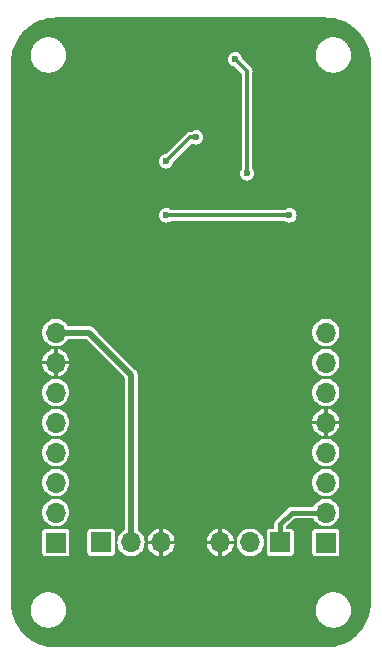
<source format=gbr>
%TF.GenerationSoftware,KiCad,Pcbnew,7.0.9*%
%TF.CreationDate,2024-03-26T06:33:17-07:00*%
%TF.ProjectId,cnft-tpl-esp32cam,636e6674-2d74-4706-9c2d-657370333263,rev?*%
%TF.SameCoordinates,Original*%
%TF.FileFunction,Copper,L2,Bot*%
%TF.FilePolarity,Positive*%
%FSLAX46Y46*%
G04 Gerber Fmt 4.6, Leading zero omitted, Abs format (unit mm)*
G04 Created by KiCad (PCBNEW 7.0.9) date 2024-03-26 06:33:17*
%MOMM*%
%LPD*%
G01*
G04 APERTURE LIST*
%TA.AperFunction,ComponentPad*%
%ADD10R,1.700000X1.700000*%
%TD*%
%TA.AperFunction,ComponentPad*%
%ADD11O,1.700000X1.700000*%
%TD*%
%TA.AperFunction,ViaPad*%
%ADD12C,0.600000*%
%TD*%
%TA.AperFunction,Conductor*%
%ADD13C,0.400000*%
%TD*%
%TA.AperFunction,Conductor*%
%ADD14C,0.500000*%
%TD*%
%TA.AperFunction,Conductor*%
%ADD15C,0.300000*%
%TD*%
G04 APERTURE END LIST*
D10*
%TO.P,J2,1,Pin_1*%
%TO.N,unconnected-(J2-Pin_1-Pad1)*%
X4114800Y8880000D03*
D11*
%TO.P,J2,2,Pin_2*%
%TO.N,unconnected-(J2-Pin_2-Pad2)*%
X4114800Y11420000D03*
%TO.P,J2,3,Pin_3*%
%TO.N,unconnected-(J2-Pin_3-Pad3)*%
X4114800Y13960000D03*
%TO.P,J2,4,Pin_4*%
%TO.N,unconnected-(J2-Pin_4-Pad4)*%
X4114800Y16500000D03*
%TO.P,J2,5,Pin_5*%
%TO.N,unconnected-(J2-Pin_5-Pad5)*%
X4114800Y19040000D03*
%TO.P,J2,6,Pin_6*%
%TO.N,DONE*%
X4114800Y21580000D03*
%TO.P,J2,7,Pin_7*%
%TO.N,GND*%
X4114800Y24120000D03*
%TO.P,J2,8,Pin_8*%
%TO.N,PWOUT*%
X4114800Y26660000D03*
%TD*%
D10*
%TO.P,J5,1,Pin_1*%
%TO.N,GPIO3*%
X7950000Y8890000D03*
D11*
%TO.P,J5,2,Pin_2*%
%TO.N,PWOUT*%
X10490000Y8890000D03*
%TO.P,J5,3,Pin_3*%
%TO.N,GND*%
X13030000Y8890000D03*
%TD*%
D10*
%TO.P,J1,1,Pin_1*%
%TO.N,unconnected-(J1-Pin_1-Pad1)*%
X26980000Y8880000D03*
D11*
%TO.P,J1,2,Pin_2*%
%TO.N,GPIO1*%
X26980000Y11420000D03*
%TO.P,J1,3,Pin_3*%
%TO.N,GPIO3*%
X26980000Y13960000D03*
%TO.P,J1,4,Pin_4*%
%TO.N,unconnected-(J1-Pin_4-Pad4)*%
X26980000Y16500000D03*
%TO.P,J1,5,Pin_5*%
%TO.N,GND*%
X26980000Y19040000D03*
%TO.P,J1,6,Pin_6*%
%TO.N,unconnected-(J1-Pin_6-Pad6)*%
X26980000Y21580000D03*
%TO.P,J1,7,Pin_7*%
%TO.N,unconnected-(J1-Pin_7-Pad7)*%
X26980000Y24120000D03*
%TO.P,J1,8,Pin_8*%
%TO.N,unconnected-(J1-Pin_8-Pad8)*%
X26980000Y26660000D03*
%TD*%
D10*
%TO.P,J4,1,Pin_1*%
%TO.N,GPIO1*%
X23114000Y8890000D03*
D11*
%TO.P,J4,2,Pin_2*%
%TO.N,PWOUT*%
X20574000Y8890000D03*
%TO.P,J4,3,Pin_3*%
%TO.N,GND*%
X18034000Y8890000D03*
%TD*%
D12*
%TO.N,GND*%
X17018000Y37846000D03*
X12192000Y40132000D03*
X13462000Y35306000D03*
X7620000Y34798000D03*
%TO.N,PWOUT*%
X13462000Y36576000D03*
X23901400Y36576000D03*
%TO.N,Net-(JP2-B)*%
X19304000Y49784000D03*
X20320000Y40132000D03*
%TO.N,Net-(U1-DRV)*%
X13462000Y41148000D03*
X16002000Y43180000D03*
%TD*%
D13*
%TO.N,GPIO1*%
X23114000Y10414000D02*
X24120000Y11420000D01*
X23114000Y8890000D02*
X23114000Y10414000D01*
X24120000Y11420000D02*
X26980000Y11420000D01*
D14*
%TO.N,PWOUT*%
X10490000Y23088800D02*
X10490000Y8890000D01*
X4114800Y26660000D02*
X6918800Y26660000D01*
D15*
X23901400Y36576000D02*
X13462000Y36576000D01*
D14*
X6918800Y26660000D02*
X10490000Y23088800D01*
D15*
%TO.N,Net-(JP2-B)*%
X20320000Y40132000D02*
X20320000Y48768000D01*
X20320000Y48768000D02*
X19304000Y49784000D01*
%TO.N,Net-(U1-DRV)*%
X15494000Y43180000D02*
X16002000Y43180000D01*
X13462000Y41148000D02*
X15494000Y43180000D01*
%TD*%
%TA.AperFunction,Conductor*%
%TO.N,GND*%
G36*
X26984652Y53332257D02*
G01*
X27075143Y53327812D01*
X27135777Y53324833D01*
X27361698Y53312991D01*
X27366822Y53312479D01*
X27546682Y53285798D01*
X27743778Y53254580D01*
X27748460Y53253625D01*
X27930177Y53208106D01*
X28117907Y53157803D01*
X28122157Y53156475D01*
X28300736Y53092578D01*
X28480291Y53023653D01*
X28484063Y53022040D01*
X28656720Y52940379D01*
X28827239Y52853494D01*
X28830508Y52851684D01*
X28924860Y52795132D01*
X28995029Y52753074D01*
X29155142Y52649095D01*
X29157925Y52647162D01*
X29312415Y52532585D01*
X29460013Y52413062D01*
X29460683Y52412520D01*
X29462975Y52410556D01*
X29526210Y52353244D01*
X29604740Y52282068D01*
X29606678Y52280224D01*
X29740722Y52146180D01*
X29742566Y52144242D01*
X29871045Y52002488D01*
X29873018Y52000185D01*
X29993081Y51851920D01*
X30107660Y51697427D01*
X30109593Y51694644D01*
X30213573Y51534530D01*
X30312178Y51370018D01*
X30313992Y51366741D01*
X30400878Y51196221D01*
X30482538Y51023565D01*
X30484151Y51019793D01*
X30553077Y50840237D01*
X30616973Y50661659D01*
X30618303Y50657402D01*
X30668612Y50469651D01*
X30714118Y50287985D01*
X30715081Y50283265D01*
X30746297Y50086184D01*
X30772974Y49906347D01*
X30773489Y49901200D01*
X30785335Y49675213D01*
X30792757Y49524153D01*
X30792823Y49521478D01*
X30792823Y3804167D01*
X30792757Y3801493D01*
X30785589Y3655566D01*
X30773426Y3423990D01*
X30772911Y3418849D01*
X30746984Y3244049D01*
X30714964Y3041878D01*
X30714002Y3037159D01*
X30669299Y2858692D01*
X30618127Y2667713D01*
X30616798Y2663456D01*
X30553759Y2487268D01*
X30483903Y2305287D01*
X30482290Y2301516D01*
X30401559Y2130819D01*
X30313668Y1958323D01*
X30311854Y1955046D01*
X30214245Y1792191D01*
X30109167Y1630385D01*
X30107234Y1627601D01*
X29993744Y1474574D01*
X29872483Y1324828D01*
X29870510Y1322526D01*
X29743198Y1182056D01*
X29741353Y1180119D01*
X29606011Y1044775D01*
X29604073Y1042930D01*
X29463623Y915633D01*
X29461321Y913660D01*
X29311551Y792374D01*
X29158547Y678899D01*
X29155764Y676966D01*
X28993927Y571866D01*
X28831099Y474270D01*
X28827823Y472456D01*
X28655307Y384553D01*
X28484639Y303832D01*
X28480867Y302219D01*
X28392054Y268126D01*
X28298811Y232333D01*
X28264596Y220091D01*
X28122709Y169323D01*
X28118453Y167993D01*
X27927412Y116803D01*
X27748991Y72109D01*
X27744271Y71146D01*
X27542052Y39116D01*
X27367328Y13197D01*
X27362180Y12682D01*
X27121659Y75D01*
X27118806Y0D01*
X3988743Y0D01*
X3986068Y66D01*
X3970856Y813D01*
X3744951Y12652D01*
X3739804Y13167D01*
X3559892Y39853D01*
X3362885Y71056D01*
X3358173Y72017D01*
X3299025Y86832D01*
X3176461Y117533D01*
X2988745Y167830D01*
X2984488Y169159D01*
X2805879Y233066D01*
X2626344Y301983D01*
X2622572Y303596D01*
X2449918Y385254D01*
X2279393Y472141D01*
X2276116Y473955D01*
X2111615Y572553D01*
X1951490Y676539D01*
X1948706Y678472D01*
X1794212Y793053D01*
X1645956Y913108D01*
X1643654Y915081D01*
X1501880Y1043577D01*
X1499942Y1045421D01*
X1365919Y1179444D01*
X1364075Y1181382D01*
X1235579Y1323156D01*
X1233606Y1325458D01*
X1113552Y1473713D01*
X998970Y1628208D01*
X997054Y1630966D01*
X893052Y1791116D01*
X865446Y1837174D01*
X794443Y1955635D01*
X792649Y1958875D01*
X705750Y2129425D01*
X695943Y2150160D01*
X624092Y2302078D01*
X622481Y2305846D01*
X615386Y2324328D01*
X553577Y2485347D01*
X489648Y2664017D01*
X488334Y2668228D01*
X438039Y2855934D01*
X392507Y3037708D01*
X391557Y3042373D01*
X371687Y3167824D01*
X1982680Y3167824D01*
X1990699Y3071049D01*
X1990885Y3066546D01*
X1990885Y3043739D01*
X1994637Y3021250D01*
X1995194Y3016782D01*
X2000645Y2951011D01*
X2003215Y2920002D01*
X2003216Y2919999D01*
X2027052Y2825868D01*
X2027976Y2821461D01*
X2031728Y2798976D01*
X2031732Y2798960D01*
X2039139Y2777382D01*
X2040424Y2773066D01*
X2064258Y2678948D01*
X2064260Y2678943D01*
X2103261Y2590028D01*
X2104899Y2585831D01*
X2112308Y2564248D01*
X2112311Y2564243D01*
X2123168Y2544180D01*
X2125147Y2540132D01*
X2164150Y2451216D01*
X2217253Y2369935D01*
X2219560Y2366064D01*
X2230422Y2345993D01*
X2244431Y2327995D01*
X2247049Y2324328D01*
X2300158Y2243039D01*
X2365918Y2171605D01*
X2368830Y2168167D01*
X2382843Y2150163D01*
X2382844Y2150162D01*
X2382846Y2150160D01*
X2395827Y2138211D01*
X2399618Y2134720D01*
X2402804Y2131534D01*
X2468572Y2060092D01*
X2468574Y2060090D01*
X2468579Y2060085D01*
X2511566Y2026627D01*
X2545205Y2000444D01*
X2548644Y1997532D01*
X2565425Y1982084D01*
X2584521Y1969608D01*
X2588182Y1966994D01*
X2598613Y1958875D01*
X2664814Y1907349D01*
X2750228Y1861125D01*
X2754065Y1858839D01*
X2773178Y1846352D01*
X2794093Y1837178D01*
X2798096Y1835220D01*
X2883513Y1788995D01*
X2975357Y1757465D01*
X2979532Y1755837D01*
X2994462Y1749288D01*
X3000436Y1746667D01*
X3000437Y1746667D01*
X3000439Y1746666D01*
X3022561Y1741064D01*
X3026850Y1739788D01*
X3118709Y1708252D01*
X3214502Y1692268D01*
X3218882Y1691350D01*
X3241008Y1685746D01*
X3263762Y1683861D01*
X3268193Y1683308D01*
X3363988Y1667323D01*
X3363989Y1667323D01*
X3461072Y1667323D01*
X3465574Y1667137D01*
X3467978Y1666938D01*
X3488323Y1665252D01*
X3508667Y1666938D01*
X3511072Y1667137D01*
X3515574Y1667323D01*
X3612657Y1667323D01*
X3612658Y1667323D01*
X3708469Y1683311D01*
X3712871Y1683860D01*
X3732416Y1685480D01*
X3735629Y1685745D01*
X3735632Y1685746D01*
X3735638Y1685746D01*
X3757759Y1691348D01*
X3762129Y1692265D01*
X3857937Y1708252D01*
X3949791Y1739786D01*
X3954088Y1741065D01*
X3976207Y1746666D01*
X3976208Y1746667D01*
X3976210Y1746667D01*
X3981292Y1748897D01*
X3997112Y1755836D01*
X4001263Y1757457D01*
X4093133Y1788995D01*
X4178566Y1835230D01*
X4182543Y1837174D01*
X4203468Y1846352D01*
X4222597Y1858850D01*
X4226388Y1861110D01*
X4311832Y1907349D01*
X4388472Y1967002D01*
X4392107Y1969597D01*
X4411221Y1982084D01*
X4428017Y1997547D01*
X4431412Y2000423D01*
X4508067Y2060085D01*
X4573845Y2131540D01*
X4577006Y2134701D01*
X4593800Y2150160D01*
X4607817Y2168171D01*
X4610716Y2171593D01*
X4676487Y2243038D01*
X4729604Y2324342D01*
X4732194Y2327969D01*
X4746225Y2345995D01*
X4757094Y2366080D01*
X4759375Y2369910D01*
X4812496Y2451216D01*
X4851508Y2540157D01*
X4853464Y2544156D01*
X4864337Y2564247D01*
X4871760Y2585872D01*
X4873361Y2589976D01*
X4912386Y2678942D01*
X4936225Y2773083D01*
X4937501Y2777369D01*
X4944915Y2798964D01*
X4948671Y2821479D01*
X4949587Y2825849D01*
X4973431Y2920002D01*
X4981451Y3016795D01*
X4982005Y3021238D01*
X4985761Y3043742D01*
X4986415Y3075440D01*
X4986590Y3078806D01*
X4987470Y3089439D01*
X4993966Y3167823D01*
X4993966Y3167824D01*
X26112680Y3167824D01*
X26120699Y3071049D01*
X26120885Y3066546D01*
X26120885Y3043739D01*
X26124637Y3021250D01*
X26125194Y3016782D01*
X26130645Y2951011D01*
X26133215Y2920002D01*
X26133216Y2919999D01*
X26157052Y2825868D01*
X26157976Y2821461D01*
X26161728Y2798976D01*
X26161732Y2798960D01*
X26169139Y2777382D01*
X26170424Y2773066D01*
X26194258Y2678948D01*
X26194260Y2678943D01*
X26233261Y2590028D01*
X26234899Y2585831D01*
X26242308Y2564248D01*
X26242311Y2564243D01*
X26253168Y2544180D01*
X26255147Y2540132D01*
X26294150Y2451216D01*
X26347253Y2369935D01*
X26349560Y2366064D01*
X26360422Y2345993D01*
X26374431Y2327995D01*
X26377049Y2324328D01*
X26430158Y2243039D01*
X26495918Y2171605D01*
X26498830Y2168167D01*
X26512843Y2150163D01*
X26512844Y2150162D01*
X26512846Y2150160D01*
X26525827Y2138211D01*
X26529618Y2134720D01*
X26532804Y2131534D01*
X26598572Y2060092D01*
X26598574Y2060090D01*
X26598579Y2060085D01*
X26641566Y2026627D01*
X26675205Y2000444D01*
X26678644Y1997532D01*
X26695425Y1982084D01*
X26714521Y1969608D01*
X26718182Y1966994D01*
X26728613Y1958875D01*
X26794814Y1907349D01*
X26880228Y1861125D01*
X26884065Y1858839D01*
X26903178Y1846352D01*
X26924093Y1837178D01*
X26928096Y1835220D01*
X27013513Y1788995D01*
X27105357Y1757465D01*
X27109532Y1755837D01*
X27124462Y1749288D01*
X27130436Y1746667D01*
X27130437Y1746667D01*
X27130439Y1746666D01*
X27152561Y1741064D01*
X27156850Y1739788D01*
X27248709Y1708252D01*
X27344502Y1692268D01*
X27348882Y1691350D01*
X27371008Y1685746D01*
X27393762Y1683861D01*
X27398193Y1683308D01*
X27493988Y1667323D01*
X27493989Y1667323D01*
X27591072Y1667323D01*
X27595574Y1667137D01*
X27597978Y1666938D01*
X27618323Y1665252D01*
X27638667Y1666938D01*
X27641072Y1667137D01*
X27645574Y1667323D01*
X27742657Y1667323D01*
X27742658Y1667323D01*
X27838469Y1683311D01*
X27842871Y1683860D01*
X27862416Y1685480D01*
X27865629Y1685745D01*
X27865632Y1685746D01*
X27865638Y1685746D01*
X27887759Y1691348D01*
X27892129Y1692265D01*
X27987937Y1708252D01*
X28079791Y1739786D01*
X28084088Y1741065D01*
X28106207Y1746666D01*
X28106208Y1746667D01*
X28106210Y1746667D01*
X28111292Y1748897D01*
X28127112Y1755836D01*
X28131263Y1757457D01*
X28223133Y1788995D01*
X28308566Y1835230D01*
X28312543Y1837174D01*
X28333468Y1846352D01*
X28352597Y1858850D01*
X28356388Y1861110D01*
X28441832Y1907349D01*
X28518472Y1967002D01*
X28522107Y1969597D01*
X28541221Y1982084D01*
X28558017Y1997547D01*
X28561412Y2000423D01*
X28638067Y2060085D01*
X28703845Y2131540D01*
X28707006Y2134701D01*
X28723800Y2150160D01*
X28737817Y2168171D01*
X28740716Y2171593D01*
X28806487Y2243038D01*
X28859604Y2324342D01*
X28862194Y2327969D01*
X28876225Y2345995D01*
X28887094Y2366080D01*
X28889375Y2369910D01*
X28942496Y2451216D01*
X28981508Y2540157D01*
X28983464Y2544156D01*
X28994337Y2564247D01*
X29001760Y2585872D01*
X29003361Y2589976D01*
X29042386Y2678942D01*
X29066225Y2773083D01*
X29067501Y2777369D01*
X29074915Y2798964D01*
X29078671Y2821479D01*
X29079587Y2825849D01*
X29103431Y2920002D01*
X29111451Y3016795D01*
X29112005Y3021238D01*
X29115761Y3043742D01*
X29116415Y3075440D01*
X29116590Y3078806D01*
X29117470Y3089439D01*
X29123966Y3167823D01*
X29116590Y3256842D01*
X29116415Y3260218D01*
X29115761Y3291904D01*
X29112006Y3314403D01*
X29111450Y3318864D01*
X29103431Y3415644D01*
X29079589Y3509791D01*
X29078669Y3514185D01*
X29074915Y3536682D01*
X29067505Y3558267D01*
X29066224Y3562570D01*
X29066223Y3562575D01*
X29042386Y3656704D01*
X29003378Y3745632D01*
X29001749Y3749809D01*
X28994337Y3771399D01*
X28994334Y3771405D01*
X28983474Y3791474D01*
X28981495Y3795522D01*
X28972715Y3815536D01*
X28942496Y3884430D01*
X28889382Y3965727D01*
X28887093Y3969568D01*
X28876225Y3989651D01*
X28862206Y4007662D01*
X28859598Y4011315D01*
X28806487Y4092608D01*
X28740719Y4164051D01*
X28737815Y4167480D01*
X28723800Y4185486D01*
X28707017Y4200936D01*
X28703834Y4204120D01*
X28638073Y4275555D01*
X28638069Y4275558D01*
X28638067Y4275561D01*
X28561439Y4335203D01*
X28558007Y4338110D01*
X28550019Y4345463D01*
X28541221Y4353562D01*
X28541218Y4353564D01*
X28541217Y4353565D01*
X28522117Y4366044D01*
X28518461Y4368654D01*
X28441835Y4428295D01*
X28441834Y4428296D01*
X28356429Y4474515D01*
X28352558Y4476822D01*
X28333474Y4489290D01*
X28333468Y4489294D01*
X28312581Y4498456D01*
X28308539Y4500432D01*
X28223133Y4546651D01*
X28223132Y4546652D01*
X28131291Y4578181D01*
X28127096Y4579818D01*
X28106210Y4588979D01*
X28106208Y4588980D01*
X28084091Y4594582D01*
X28079776Y4595867D01*
X27987944Y4627393D01*
X27987938Y4627394D01*
X27892162Y4643376D01*
X27887754Y4644300D01*
X27865636Y4649901D01*
X27842893Y4651786D01*
X27838425Y4652343D01*
X27809369Y4657191D01*
X27742658Y4668323D01*
X27645562Y4668323D01*
X27641060Y4668509D01*
X27618323Y4670393D01*
X27595586Y4668509D01*
X27591084Y4668323D01*
X27493988Y4668323D01*
X27447144Y4660507D01*
X27398219Y4652343D01*
X27393751Y4651786D01*
X27371008Y4649901D01*
X27371006Y4649900D01*
X27348892Y4644301D01*
X27344484Y4643376D01*
X27248707Y4627394D01*
X27248705Y4627394D01*
X27156874Y4595868D01*
X27152559Y4594583D01*
X27130435Y4588979D01*
X27109557Y4579821D01*
X27105361Y4578184D01*
X27013515Y4546652D01*
X27013508Y4546649D01*
X26928113Y4500436D01*
X26924067Y4498458D01*
X26903180Y4489296D01*
X26884078Y4476817D01*
X26880209Y4474512D01*
X26794824Y4428304D01*
X26794811Y4428295D01*
X26718180Y4368653D01*
X26714516Y4366036D01*
X26695421Y4353560D01*
X26678638Y4338112D01*
X26675204Y4335203D01*
X26598581Y4275564D01*
X26598571Y4275554D01*
X26532809Y4204119D01*
X26529626Y4200936D01*
X26512849Y4185490D01*
X26498839Y4167490D01*
X26495928Y4164054D01*
X26430159Y4092609D01*
X26430155Y4092603D01*
X26377050Y4011323D01*
X26374436Y4007661D01*
X26360421Y3989652D01*
X26349563Y3969590D01*
X26347259Y3965722D01*
X26294150Y3884432D01*
X26255144Y3795509D01*
X26253166Y3791463D01*
X26242309Y3771400D01*
X26234897Y3749809D01*
X26233259Y3745613D01*
X26194263Y3656714D01*
X26194255Y3656691D01*
X26170422Y3562575D01*
X26169137Y3558259D01*
X26161731Y3536686D01*
X26157976Y3514185D01*
X26157052Y3509778D01*
X26133215Y3415647D01*
X26125194Y3318864D01*
X26124637Y3314396D01*
X26120885Y3291908D01*
X26120885Y3269102D01*
X26120699Y3264600D01*
X26112680Y3167824D01*
X4993966Y3167824D01*
X4986590Y3256842D01*
X4986415Y3260218D01*
X4985761Y3291904D01*
X4982006Y3314403D01*
X4981450Y3318864D01*
X4973431Y3415644D01*
X4949589Y3509791D01*
X4948669Y3514185D01*
X4944915Y3536682D01*
X4937505Y3558267D01*
X4936224Y3562570D01*
X4936223Y3562575D01*
X4912386Y3656704D01*
X4873378Y3745632D01*
X4871749Y3749809D01*
X4864337Y3771399D01*
X4864334Y3771405D01*
X4853474Y3791474D01*
X4851495Y3795522D01*
X4842715Y3815536D01*
X4812496Y3884430D01*
X4759382Y3965727D01*
X4757093Y3969568D01*
X4746225Y3989651D01*
X4732206Y4007662D01*
X4729598Y4011315D01*
X4676487Y4092608D01*
X4610719Y4164051D01*
X4607815Y4167480D01*
X4593800Y4185486D01*
X4577017Y4200936D01*
X4573834Y4204120D01*
X4508073Y4275555D01*
X4508069Y4275558D01*
X4508067Y4275561D01*
X4431439Y4335203D01*
X4428007Y4338110D01*
X4420019Y4345463D01*
X4411221Y4353562D01*
X4411218Y4353564D01*
X4411217Y4353565D01*
X4392117Y4366044D01*
X4388461Y4368654D01*
X4311835Y4428295D01*
X4311834Y4428296D01*
X4226429Y4474515D01*
X4222558Y4476822D01*
X4203474Y4489290D01*
X4203468Y4489294D01*
X4182581Y4498456D01*
X4178539Y4500432D01*
X4093133Y4546651D01*
X4093132Y4546652D01*
X4001291Y4578181D01*
X3997096Y4579818D01*
X3976210Y4588979D01*
X3976208Y4588980D01*
X3954091Y4594582D01*
X3949776Y4595867D01*
X3857944Y4627393D01*
X3857938Y4627394D01*
X3762162Y4643376D01*
X3757754Y4644300D01*
X3735636Y4649901D01*
X3712893Y4651786D01*
X3708425Y4652343D01*
X3679369Y4657191D01*
X3612658Y4668323D01*
X3515562Y4668323D01*
X3511060Y4668509D01*
X3488323Y4670393D01*
X3465586Y4668509D01*
X3461084Y4668323D01*
X3363988Y4668323D01*
X3317144Y4660507D01*
X3268219Y4652343D01*
X3263751Y4651786D01*
X3241008Y4649901D01*
X3241006Y4649900D01*
X3218892Y4644301D01*
X3214484Y4643376D01*
X3118707Y4627394D01*
X3118705Y4627394D01*
X3026874Y4595868D01*
X3022559Y4594583D01*
X3000435Y4588979D01*
X2979557Y4579821D01*
X2975361Y4578184D01*
X2883515Y4546652D01*
X2883508Y4546649D01*
X2798113Y4500436D01*
X2794067Y4498458D01*
X2773180Y4489296D01*
X2754078Y4476817D01*
X2750209Y4474512D01*
X2664824Y4428304D01*
X2664811Y4428295D01*
X2588180Y4368653D01*
X2584516Y4366036D01*
X2565421Y4353560D01*
X2548638Y4338112D01*
X2545204Y4335203D01*
X2468581Y4275564D01*
X2468571Y4275554D01*
X2402809Y4204119D01*
X2399626Y4200936D01*
X2382849Y4185490D01*
X2368839Y4167490D01*
X2365928Y4164054D01*
X2300159Y4092609D01*
X2300155Y4092603D01*
X2247050Y4011323D01*
X2244436Y4007661D01*
X2230421Y3989652D01*
X2219563Y3969590D01*
X2217259Y3965722D01*
X2164150Y3884432D01*
X2125144Y3795509D01*
X2123166Y3791463D01*
X2112309Y3771400D01*
X2104897Y3749809D01*
X2103259Y3745613D01*
X2064263Y3656714D01*
X2064255Y3656691D01*
X2040422Y3562575D01*
X2039137Y3558259D01*
X2031731Y3536686D01*
X2027976Y3514185D01*
X2027052Y3509778D01*
X2003215Y3415647D01*
X1995194Y3318864D01*
X1994637Y3314396D01*
X1990885Y3291908D01*
X1990885Y3269102D01*
X1990699Y3264600D01*
X1982680Y3167824D01*
X371687Y3167824D01*
X360354Y3239380D01*
X333662Y3419330D01*
X333150Y3424454D01*
X327269Y3536686D01*
X321318Y3650226D01*
X315367Y3771400D01*
X313889Y3801492D01*
X313823Y3804166D01*
X313823Y7985142D01*
X2964300Y7985142D01*
X2964302Y7985121D01*
X2967214Y7960012D01*
X2967214Y7960010D01*
X2967215Y7960009D01*
X3012594Y7857235D01*
X3092035Y7777794D01*
X3194809Y7732415D01*
X3219935Y7729500D01*
X5009664Y7729501D01*
X5034791Y7732415D01*
X5137565Y7777794D01*
X5217006Y7857235D01*
X5262385Y7960009D01*
X5265300Y7985135D01*
X5265300Y7995142D01*
X6799500Y7995142D01*
X6799502Y7995121D01*
X6802414Y7970012D01*
X6802414Y7970010D01*
X6802415Y7970009D01*
X6847794Y7867235D01*
X6927235Y7787794D01*
X7030009Y7742415D01*
X7055135Y7739500D01*
X8844864Y7739501D01*
X8869991Y7742415D01*
X8972765Y7787794D01*
X9052206Y7867235D01*
X9097585Y7970009D01*
X9100500Y7995135D01*
X9100499Y9784864D01*
X9097585Y9809991D01*
X9052206Y9912765D01*
X8972765Y9992206D01*
X8869991Y10037585D01*
X8844865Y10040500D01*
X8844864Y10040500D01*
X7055141Y10040500D01*
X7055120Y10040498D01*
X7030011Y10037586D01*
X6927234Y9992206D01*
X6847794Y9912766D01*
X6802415Y9809991D01*
X6799500Y9784866D01*
X6799500Y7995142D01*
X5265300Y7995142D01*
X5265299Y9774864D01*
X5262385Y9799991D01*
X5217006Y9902765D01*
X5137565Y9982206D01*
X5034791Y10027585D01*
X5009665Y10030500D01*
X5009664Y10030500D01*
X3219941Y10030500D01*
X3219920Y10030498D01*
X3194811Y10027586D01*
X3092034Y9982206D01*
X3012594Y9902766D01*
X2967215Y9799991D01*
X2964300Y9774866D01*
X2964300Y7985142D01*
X313823Y7985142D01*
X313823Y11420000D01*
X2959371Y11420000D01*
X2979043Y11207691D01*
X3037394Y11002613D01*
X3132432Y10811747D01*
X3184657Y10742591D01*
X3260928Y10641593D01*
X3418498Y10497948D01*
X3528342Y10429935D01*
X3599775Y10385706D01*
X3599777Y10385704D01*
X3599779Y10385704D01*
X3599781Y10385702D01*
X3798602Y10308679D01*
X4008190Y10269500D01*
X4008191Y10269500D01*
X4221409Y10269500D01*
X4221410Y10269500D01*
X4430998Y10308679D01*
X4629819Y10385702D01*
X4811102Y10497948D01*
X4968672Y10641593D01*
X5097166Y10811745D01*
X5192205Y11002611D01*
X5250556Y11207690D01*
X5270229Y11420000D01*
X5250556Y11632310D01*
X5192205Y11837389D01*
X5120738Y11980916D01*
X5097167Y12028254D01*
X4968670Y12198409D01*
X4811103Y12342051D01*
X4811099Y12342054D01*
X4629824Y12454295D01*
X4629822Y12454297D01*
X4430998Y12531321D01*
X4430994Y12531322D01*
X4221410Y12570500D01*
X4008190Y12570500D01*
X4008189Y12570500D01*
X3798605Y12531322D01*
X3798601Y12531321D01*
X3599777Y12454297D01*
X3599775Y12454295D01*
X3418500Y12342054D01*
X3418496Y12342051D01*
X3260929Y12198409D01*
X3132432Y12028254D01*
X3037394Y11837388D01*
X2979043Y11632310D01*
X2959371Y11420001D01*
X2959371Y11420000D01*
X313823Y11420000D01*
X313823Y13960000D01*
X2959371Y13960000D01*
X2979043Y13747691D01*
X3037394Y13542613D01*
X3132432Y13351747D01*
X3132434Y13351745D01*
X3260928Y13181593D01*
X3418498Y13037948D01*
X3418500Y13037947D01*
X3599775Y12925706D01*
X3599777Y12925704D01*
X3599779Y12925704D01*
X3599781Y12925702D01*
X3798602Y12848679D01*
X4008190Y12809500D01*
X4008191Y12809500D01*
X4221409Y12809500D01*
X4221410Y12809500D01*
X4430998Y12848679D01*
X4629819Y12925702D01*
X4811102Y13037948D01*
X4968672Y13181593D01*
X5097166Y13351745D01*
X5192205Y13542611D01*
X5250556Y13747690D01*
X5270229Y13960000D01*
X5250556Y14172310D01*
X5192205Y14377389D01*
X5144882Y14472427D01*
X5097167Y14568254D01*
X4968670Y14738409D01*
X4811103Y14882051D01*
X4811099Y14882054D01*
X4629824Y14994295D01*
X4629822Y14994297D01*
X4430998Y15071321D01*
X4430994Y15071322D01*
X4221410Y15110500D01*
X4008190Y15110500D01*
X4008189Y15110500D01*
X3798605Y15071322D01*
X3798601Y15071321D01*
X3599777Y14994297D01*
X3599775Y14994295D01*
X3418500Y14882054D01*
X3418496Y14882051D01*
X3260929Y14738409D01*
X3132432Y14568254D01*
X3037394Y14377388D01*
X2979043Y14172310D01*
X2959371Y13960001D01*
X2959371Y13960000D01*
X313823Y13960000D01*
X313823Y16500000D01*
X2959371Y16500000D01*
X2979043Y16287691D01*
X3037394Y16082613D01*
X3132432Y15891747D01*
X3132434Y15891745D01*
X3260928Y15721593D01*
X3418498Y15577948D01*
X3418500Y15577947D01*
X3599775Y15465706D01*
X3599777Y15465704D01*
X3599779Y15465704D01*
X3599781Y15465702D01*
X3798602Y15388679D01*
X4008190Y15349500D01*
X4008191Y15349500D01*
X4221409Y15349500D01*
X4221410Y15349500D01*
X4430998Y15388679D01*
X4629819Y15465702D01*
X4811102Y15577948D01*
X4968672Y15721593D01*
X5097166Y15891745D01*
X5192205Y16082611D01*
X5250556Y16287690D01*
X5270229Y16500000D01*
X5250556Y16712310D01*
X5192205Y16917389D01*
X5144882Y17012427D01*
X5097167Y17108254D01*
X4968670Y17278409D01*
X4811103Y17422051D01*
X4811099Y17422054D01*
X4629824Y17534295D01*
X4629822Y17534297D01*
X4430998Y17611321D01*
X4430994Y17611322D01*
X4221410Y17650500D01*
X4008190Y17650500D01*
X4008189Y17650500D01*
X3798605Y17611322D01*
X3798601Y17611321D01*
X3599777Y17534297D01*
X3599775Y17534295D01*
X3418500Y17422054D01*
X3418496Y17422051D01*
X3260929Y17278409D01*
X3132432Y17108254D01*
X3037394Y16917388D01*
X2979043Y16712310D01*
X2959371Y16500001D01*
X2959371Y16500000D01*
X313823Y16500000D01*
X313823Y19040000D01*
X2959371Y19040000D01*
X2979043Y18827691D01*
X3037394Y18622613D01*
X3132432Y18431747D01*
X3132434Y18431745D01*
X3260928Y18261593D01*
X3418498Y18117948D01*
X3599059Y18006149D01*
X3599775Y18005706D01*
X3599777Y18005704D01*
X3599779Y18005704D01*
X3599781Y18005702D01*
X3798602Y17928679D01*
X4008190Y17889500D01*
X4008191Y17889500D01*
X4221409Y17889500D01*
X4221410Y17889500D01*
X4430998Y17928679D01*
X4629819Y18005702D01*
X4811102Y18117948D01*
X4968672Y18261593D01*
X5097166Y18431745D01*
X5192205Y18622611D01*
X5250556Y18827690D01*
X5270229Y19040000D01*
X5250556Y19252310D01*
X5192205Y19457389D01*
X5097298Y19647990D01*
X5097167Y19648254D01*
X5054334Y19704973D01*
X4968672Y19818407D01*
X4811102Y19962052D01*
X4629824Y20074295D01*
X4629822Y20074297D01*
X4430998Y20151321D01*
X4430994Y20151322D01*
X4221410Y20190500D01*
X4008190Y20190500D01*
X4008189Y20190500D01*
X3798605Y20151322D01*
X3798601Y20151321D01*
X3599777Y20074297D01*
X3599775Y20074295D01*
X3418500Y19962054D01*
X3418496Y19962051D01*
X3260929Y19818409D01*
X3132432Y19648254D01*
X3037394Y19457388D01*
X2979043Y19252310D01*
X2959371Y19040001D01*
X2959371Y19040000D01*
X313823Y19040000D01*
X313823Y21580000D01*
X2959371Y21580000D01*
X2979043Y21367691D01*
X3037394Y21162613D01*
X3132432Y20971747D01*
X3132434Y20971745D01*
X3260928Y20801593D01*
X3418498Y20657948D01*
X3418500Y20657947D01*
X3599775Y20545706D01*
X3599777Y20545704D01*
X3599779Y20545704D01*
X3599781Y20545702D01*
X3798602Y20468679D01*
X4008190Y20429500D01*
X4008191Y20429500D01*
X4221409Y20429500D01*
X4221410Y20429500D01*
X4430998Y20468679D01*
X4629819Y20545702D01*
X4811102Y20657948D01*
X4968672Y20801593D01*
X5097166Y20971745D01*
X5192205Y21162611D01*
X5250556Y21367690D01*
X5270229Y21580000D01*
X5250556Y21792310D01*
X5192205Y21997389D01*
X5144882Y22092427D01*
X5097167Y22188254D01*
X4968670Y22358409D01*
X4811103Y22502051D01*
X4811099Y22502054D01*
X4629824Y22614295D01*
X4629822Y22614297D01*
X4430998Y22691321D01*
X4430994Y22691322D01*
X4221410Y22730500D01*
X4008190Y22730500D01*
X4008189Y22730500D01*
X3798605Y22691322D01*
X3798601Y22691321D01*
X3599777Y22614297D01*
X3599775Y22614295D01*
X3418500Y22502054D01*
X3418496Y22502051D01*
X3260929Y22358409D01*
X3132432Y22188254D01*
X3037394Y21997388D01*
X2979043Y21792310D01*
X2959371Y21580001D01*
X2959371Y21580000D01*
X313823Y21580000D01*
X313823Y24270001D01*
X2973772Y24270001D01*
X2973773Y24270000D01*
X3637735Y24270000D01*
X3614800Y24191889D01*
X3614800Y24048111D01*
X3637735Y23970000D01*
X2973773Y23970000D01*
X2979537Y23907784D01*
X2979538Y23907783D01*
X3037861Y23702796D01*
X3037863Y23702792D01*
X3132859Y23512011D01*
X3261300Y23341930D01*
X3418799Y23198350D01*
X3418802Y23198347D01*
X3600001Y23086155D01*
X3600013Y23086149D01*
X3798729Y23009166D01*
X3798742Y23009162D01*
X3964800Y22978121D01*
X3964800Y23638830D01*
X3972485Y23635320D01*
X4079037Y23620000D01*
X4150563Y23620000D01*
X4257115Y23635320D01*
X4264800Y23638830D01*
X4264800Y22978122D01*
X4430857Y23009162D01*
X4430870Y23009166D01*
X4629586Y23086149D01*
X4629598Y23086155D01*
X4810797Y23198347D01*
X4810800Y23198350D01*
X4968299Y23341930D01*
X5096740Y23512011D01*
X5191736Y23702792D01*
X5191738Y23702796D01*
X5250061Y23907783D01*
X5250062Y23907784D01*
X5255827Y23970000D01*
X4591865Y23970000D01*
X4614800Y24048111D01*
X4614800Y24191889D01*
X4591865Y24270000D01*
X5255827Y24270000D01*
X5255827Y24270001D01*
X5250062Y24332217D01*
X5250061Y24332218D01*
X5191738Y24537205D01*
X5191736Y24537209D01*
X5096740Y24727990D01*
X4968299Y24898071D01*
X4810800Y25041651D01*
X4810797Y25041654D01*
X4629598Y25153846D01*
X4629586Y25153852D01*
X4430868Y25230836D01*
X4430858Y25230839D01*
X4264800Y25261881D01*
X4264800Y24601171D01*
X4257115Y24604680D01*
X4150563Y24620000D01*
X4079037Y24620000D01*
X3972485Y24604680D01*
X3964800Y24601171D01*
X3964800Y25261881D01*
X3964799Y25261881D01*
X3798741Y25230839D01*
X3798731Y25230836D01*
X3600013Y25153852D01*
X3600001Y25153846D01*
X3418802Y25041654D01*
X3418799Y25041651D01*
X3261300Y24898071D01*
X3132859Y24727990D01*
X3037863Y24537209D01*
X3037861Y24537205D01*
X2979538Y24332218D01*
X2979537Y24332217D01*
X2973772Y24270001D01*
X313823Y24270001D01*
X313823Y26660000D01*
X2959371Y26660000D01*
X2979043Y26447691D01*
X3037394Y26242613D01*
X3132432Y26051747D01*
X3132434Y26051745D01*
X3260928Y25881593D01*
X3418498Y25737948D01*
X3418500Y25737947D01*
X3599775Y25625706D01*
X3599777Y25625704D01*
X3599779Y25625704D01*
X3599781Y25625702D01*
X3798602Y25548679D01*
X4008190Y25509500D01*
X4008191Y25509500D01*
X4221409Y25509500D01*
X4221410Y25509500D01*
X4430998Y25548679D01*
X4629819Y25625702D01*
X4811102Y25737948D01*
X4968672Y25881593D01*
X5097166Y26051745D01*
X5097168Y26051749D01*
X5099818Y26056028D01*
X5101581Y26054937D01*
X5143048Y26097165D01*
X5193415Y26109500D01*
X6645625Y26109500D01*
X6709694Y26088683D01*
X6722700Y26077575D01*
X9907575Y22892701D01*
X9938158Y22832677D01*
X9939500Y22815626D01*
X9939500Y9963042D01*
X9918683Y9898973D01*
X9887882Y9870369D01*
X9793697Y9812052D01*
X9793695Y9812050D01*
X9636129Y9668409D01*
X9507632Y9498254D01*
X9412594Y9307388D01*
X9354243Y9102310D01*
X9334571Y8890001D01*
X9334571Y8890000D01*
X9354243Y8677691D01*
X9412594Y8472613D01*
X9507632Y8281747D01*
X9507634Y8281745D01*
X9636128Y8111593D01*
X9793698Y7967948D01*
X9974259Y7856149D01*
X9974975Y7855706D01*
X9974977Y7855704D01*
X9974979Y7855704D01*
X9974981Y7855702D01*
X10173802Y7778679D01*
X10383390Y7739500D01*
X10383391Y7739500D01*
X10596609Y7739500D01*
X10596610Y7739500D01*
X10806198Y7778679D01*
X11005019Y7855702D01*
X11186302Y7967948D01*
X11343872Y8111593D01*
X11472366Y8281745D01*
X11567405Y8472611D01*
X11625756Y8677690D01*
X11645429Y8890000D01*
X11631530Y9040001D01*
X11888972Y9040001D01*
X11888973Y9040000D01*
X12552935Y9040000D01*
X12530000Y8961889D01*
X12530000Y8818111D01*
X12552935Y8740000D01*
X11888973Y8740000D01*
X11894737Y8677784D01*
X11894738Y8677783D01*
X11953061Y8472796D01*
X11953063Y8472792D01*
X12048059Y8282011D01*
X12176500Y8111930D01*
X12333999Y7968350D01*
X12334002Y7968347D01*
X12515201Y7856155D01*
X12515213Y7856149D01*
X12713929Y7779166D01*
X12713942Y7779162D01*
X12880000Y7748121D01*
X12880000Y8408830D01*
X12887685Y8405320D01*
X12994237Y8390000D01*
X13065763Y8390000D01*
X13172315Y8405320D01*
X13180000Y8408830D01*
X13180000Y7748122D01*
X13346057Y7779162D01*
X13346070Y7779166D01*
X13544786Y7856149D01*
X13544798Y7856155D01*
X13725997Y7968347D01*
X13726000Y7968350D01*
X13883499Y8111930D01*
X14011940Y8282011D01*
X14106936Y8472792D01*
X14106938Y8472796D01*
X14165261Y8677783D01*
X14165262Y8677784D01*
X14171027Y8740000D01*
X13507065Y8740000D01*
X13530000Y8818111D01*
X13530000Y8961889D01*
X13507065Y9040000D01*
X14171027Y9040000D01*
X14171027Y9040001D01*
X16892972Y9040001D01*
X16892973Y9040000D01*
X17556935Y9040000D01*
X17534000Y8961889D01*
X17534000Y8818111D01*
X17556935Y8740000D01*
X16892973Y8740000D01*
X16898737Y8677784D01*
X16898738Y8677783D01*
X16957061Y8472796D01*
X16957063Y8472792D01*
X17052059Y8282011D01*
X17180500Y8111930D01*
X17337999Y7968350D01*
X17338002Y7968347D01*
X17519201Y7856155D01*
X17519213Y7856149D01*
X17717929Y7779166D01*
X17717942Y7779162D01*
X17884000Y7748121D01*
X17884000Y8408830D01*
X17891685Y8405320D01*
X17998237Y8390000D01*
X18069763Y8390000D01*
X18176315Y8405320D01*
X18184000Y8408830D01*
X18184000Y7748122D01*
X18350057Y7779162D01*
X18350070Y7779166D01*
X18548786Y7856149D01*
X18548798Y7856155D01*
X18729997Y7968347D01*
X18730000Y7968350D01*
X18887499Y8111930D01*
X19015940Y8282011D01*
X19110936Y8472792D01*
X19110938Y8472796D01*
X19169261Y8677783D01*
X19169262Y8677784D01*
X19175027Y8740000D01*
X18511065Y8740000D01*
X18534000Y8818111D01*
X18534000Y8890000D01*
X19418571Y8890000D01*
X19438243Y8677691D01*
X19496594Y8472613D01*
X19591632Y8281747D01*
X19591634Y8281745D01*
X19720128Y8111593D01*
X19877698Y7967948D01*
X20058259Y7856149D01*
X20058975Y7855706D01*
X20058977Y7855704D01*
X20058979Y7855704D01*
X20058981Y7855702D01*
X20257802Y7778679D01*
X20467390Y7739500D01*
X20467391Y7739500D01*
X20680609Y7739500D01*
X20680610Y7739500D01*
X20890198Y7778679D01*
X21089019Y7855702D01*
X21270302Y7967948D01*
X21300132Y7995142D01*
X21963500Y7995142D01*
X21963502Y7995121D01*
X21966414Y7970012D01*
X21966414Y7970010D01*
X21966415Y7970009D01*
X22011794Y7867235D01*
X22091235Y7787794D01*
X22194009Y7742415D01*
X22219135Y7739500D01*
X24008864Y7739501D01*
X24033991Y7742415D01*
X24136765Y7787794D01*
X24216206Y7867235D01*
X24261585Y7970009D01*
X24263341Y7985142D01*
X25829500Y7985142D01*
X25829502Y7985121D01*
X25832414Y7960012D01*
X25832414Y7960010D01*
X25832415Y7960009D01*
X25877794Y7857235D01*
X25957235Y7777794D01*
X26060009Y7732415D01*
X26085135Y7729500D01*
X27874864Y7729501D01*
X27899991Y7732415D01*
X28002765Y7777794D01*
X28082206Y7857235D01*
X28127585Y7960009D01*
X28130500Y7985135D01*
X28130499Y9774864D01*
X28127585Y9799991D01*
X28082206Y9902765D01*
X28002765Y9982206D01*
X27899991Y10027585D01*
X27874865Y10030500D01*
X27874864Y10030500D01*
X26085141Y10030500D01*
X26085120Y10030498D01*
X26060011Y10027586D01*
X25957234Y9982206D01*
X25877794Y9902766D01*
X25832415Y9799991D01*
X25829500Y9774866D01*
X25829500Y7985142D01*
X24263341Y7985142D01*
X24264500Y7995135D01*
X24264499Y9784864D01*
X24261585Y9809991D01*
X24216206Y9912765D01*
X24136765Y9992206D01*
X24033991Y10037585D01*
X24008865Y10040500D01*
X23723500Y10040500D01*
X23659431Y10061317D01*
X23619835Y10115817D01*
X23614500Y10149500D01*
X23614500Y10161536D01*
X23635317Y10225605D01*
X23646425Y10238611D01*
X24295389Y10887575D01*
X24355413Y10918158D01*
X24372464Y10919500D01*
X25876489Y10919500D01*
X25940558Y10898683D01*
X25974062Y10859084D01*
X25997631Y10811749D01*
X25997633Y10811747D01*
X25997634Y10811745D01*
X26126128Y10641593D01*
X26283698Y10497948D01*
X26393542Y10429935D01*
X26464975Y10385706D01*
X26464977Y10385704D01*
X26464979Y10385704D01*
X26464981Y10385702D01*
X26663802Y10308679D01*
X26873390Y10269500D01*
X26873391Y10269500D01*
X27086609Y10269500D01*
X27086610Y10269500D01*
X27296198Y10308679D01*
X27495019Y10385702D01*
X27676302Y10497948D01*
X27833872Y10641593D01*
X27962366Y10811745D01*
X28057405Y11002611D01*
X28115756Y11207690D01*
X28135429Y11420000D01*
X28115756Y11632310D01*
X28057405Y11837389D01*
X27985938Y11980916D01*
X27962367Y12028254D01*
X27833870Y12198409D01*
X27676303Y12342051D01*
X27676299Y12342054D01*
X27495024Y12454295D01*
X27495022Y12454297D01*
X27296198Y12531321D01*
X27296194Y12531322D01*
X27086610Y12570500D01*
X26873390Y12570500D01*
X26873389Y12570500D01*
X26663805Y12531322D01*
X26663801Y12531321D01*
X26464977Y12454297D01*
X26464975Y12454295D01*
X26283700Y12342054D01*
X26283696Y12342051D01*
X26126129Y12198409D01*
X25997631Y12028252D01*
X25974062Y11980916D01*
X25926870Y11932842D01*
X25876489Y11920500D01*
X24185531Y11920500D01*
X24162362Y11922991D01*
X24156073Y11924359D01*
X24104062Y11920639D01*
X24100177Y11920500D01*
X24084197Y11920500D01*
X24068383Y11918227D01*
X24064518Y11917812D01*
X24012518Y11914092D01*
X24012514Y11914091D01*
X24006482Y11911841D01*
X23983923Y11906083D01*
X23977545Y11905166D01*
X23977539Y11905164D01*
X23930117Y11883507D01*
X23926522Y11882018D01*
X23877669Y11863796D01*
X23877663Y11863793D01*
X23872508Y11859934D01*
X23852489Y11848055D01*
X23846626Y11845377D01*
X23846625Y11845377D01*
X23807223Y11811236D01*
X23804197Y11808797D01*
X23791409Y11799223D01*
X23780103Y11787919D01*
X23777259Y11785271D01*
X23737855Y11751127D01*
X23737854Y11751126D01*
X23734375Y11745712D01*
X23719758Y11727574D01*
X22806426Y10814242D01*
X22788288Y10799625D01*
X22782874Y10796146D01*
X22782873Y10796145D01*
X22748729Y10756741D01*
X22746081Y10753897D01*
X22734777Y10742591D01*
X22725203Y10729803D01*
X22722764Y10726777D01*
X22688623Y10687375D01*
X22688623Y10687374D01*
X22685945Y10681511D01*
X22674066Y10661492D01*
X22670207Y10656337D01*
X22670204Y10656331D01*
X22651982Y10607478D01*
X22650493Y10603883D01*
X22628836Y10556461D01*
X22628834Y10556455D01*
X22627917Y10550077D01*
X22622159Y10527518D01*
X22619909Y10521486D01*
X22619908Y10521482D01*
X22616188Y10469482D01*
X22615773Y10465617D01*
X22613500Y10449803D01*
X22613500Y10433824D01*
X22613361Y10429939D01*
X22609641Y10377927D01*
X22611009Y10371637D01*
X22613500Y10348470D01*
X22613500Y10149500D01*
X22592683Y10085431D01*
X22538183Y10045835D01*
X22504500Y10040500D01*
X22219141Y10040500D01*
X22219120Y10040498D01*
X22194011Y10037586D01*
X22091234Y9992206D01*
X22011794Y9912766D01*
X21966415Y9809991D01*
X21963500Y9784866D01*
X21963500Y7995142D01*
X21300132Y7995142D01*
X21427872Y8111593D01*
X21556366Y8281745D01*
X21651405Y8472611D01*
X21709756Y8677690D01*
X21729429Y8890000D01*
X21709756Y9102310D01*
X21651405Y9307389D01*
X21556498Y9497990D01*
X21556367Y9498254D01*
X21513534Y9554973D01*
X21427872Y9668407D01*
X21270302Y9812052D01*
X21124498Y9902330D01*
X21089024Y9924295D01*
X21089022Y9924297D01*
X20890198Y10001321D01*
X20890194Y10001322D01*
X20680610Y10040500D01*
X20467390Y10040500D01*
X20467389Y10040500D01*
X20257805Y10001322D01*
X20257801Y10001321D01*
X20058977Y9924297D01*
X20058975Y9924295D01*
X19877700Y9812054D01*
X19877696Y9812051D01*
X19720129Y9668409D01*
X19591632Y9498254D01*
X19496594Y9307388D01*
X19438243Y9102310D01*
X19418571Y8890001D01*
X19418571Y8890000D01*
X18534000Y8890000D01*
X18534000Y8961889D01*
X18511065Y9040000D01*
X19175027Y9040000D01*
X19175027Y9040001D01*
X19169262Y9102217D01*
X19169261Y9102218D01*
X19110938Y9307205D01*
X19110936Y9307209D01*
X19015940Y9497990D01*
X18887499Y9668071D01*
X18730000Y9811651D01*
X18729997Y9811654D01*
X18548798Y9923846D01*
X18548786Y9923852D01*
X18350068Y10000836D01*
X18350058Y10000839D01*
X18184000Y10031881D01*
X18184000Y9371171D01*
X18176315Y9374680D01*
X18069763Y9390000D01*
X17998237Y9390000D01*
X17891685Y9374680D01*
X17884000Y9371171D01*
X17884000Y10031881D01*
X17883999Y10031881D01*
X17717941Y10000839D01*
X17717931Y10000836D01*
X17519213Y9923852D01*
X17519201Y9923846D01*
X17338002Y9811654D01*
X17337999Y9811651D01*
X17180500Y9668071D01*
X17052059Y9497990D01*
X16957063Y9307209D01*
X16957061Y9307205D01*
X16898738Y9102218D01*
X16898737Y9102217D01*
X16892972Y9040001D01*
X14171027Y9040001D01*
X14165262Y9102217D01*
X14165261Y9102218D01*
X14106938Y9307205D01*
X14106936Y9307209D01*
X14011940Y9497990D01*
X13883499Y9668071D01*
X13726000Y9811651D01*
X13725997Y9811654D01*
X13544798Y9923846D01*
X13544786Y9923852D01*
X13346068Y10000836D01*
X13346058Y10000839D01*
X13180000Y10031881D01*
X13180000Y9371171D01*
X13172315Y9374680D01*
X13065763Y9390000D01*
X12994237Y9390000D01*
X12887685Y9374680D01*
X12880000Y9371171D01*
X12880000Y10031881D01*
X12879999Y10031881D01*
X12713941Y10000839D01*
X12713931Y10000836D01*
X12515213Y9923852D01*
X12515201Y9923846D01*
X12334002Y9811654D01*
X12333999Y9811651D01*
X12176500Y9668071D01*
X12048059Y9497990D01*
X11953063Y9307209D01*
X11953061Y9307205D01*
X11894738Y9102218D01*
X11894737Y9102217D01*
X11888972Y9040001D01*
X11631530Y9040001D01*
X11625756Y9102310D01*
X11567405Y9307389D01*
X11472498Y9497990D01*
X11472367Y9498254D01*
X11429534Y9554973D01*
X11343872Y9668407D01*
X11186302Y9812052D01*
X11092117Y9870370D01*
X11048605Y9921796D01*
X11040500Y9963042D01*
X11040500Y13960000D01*
X25824571Y13960000D01*
X25844243Y13747691D01*
X25902594Y13542613D01*
X25997632Y13351747D01*
X25997634Y13351745D01*
X26126128Y13181593D01*
X26283698Y13037948D01*
X26283700Y13037947D01*
X26464975Y12925706D01*
X26464977Y12925704D01*
X26464979Y12925704D01*
X26464981Y12925702D01*
X26663802Y12848679D01*
X26873390Y12809500D01*
X26873391Y12809500D01*
X27086609Y12809500D01*
X27086610Y12809500D01*
X27296198Y12848679D01*
X27495019Y12925702D01*
X27676302Y13037948D01*
X27833872Y13181593D01*
X27962366Y13351745D01*
X28057405Y13542611D01*
X28115756Y13747690D01*
X28135429Y13960000D01*
X28115756Y14172310D01*
X28057405Y14377389D01*
X28010082Y14472427D01*
X27962367Y14568254D01*
X27833870Y14738409D01*
X27676303Y14882051D01*
X27676299Y14882054D01*
X27495024Y14994295D01*
X27495022Y14994297D01*
X27296198Y15071321D01*
X27296194Y15071322D01*
X27086610Y15110500D01*
X26873390Y15110500D01*
X26873389Y15110500D01*
X26663805Y15071322D01*
X26663801Y15071321D01*
X26464977Y14994297D01*
X26464975Y14994295D01*
X26283700Y14882054D01*
X26283696Y14882051D01*
X26126129Y14738409D01*
X25997632Y14568254D01*
X25902594Y14377388D01*
X25844243Y14172310D01*
X25824571Y13960001D01*
X25824571Y13960000D01*
X11040500Y13960000D01*
X11040500Y16500000D01*
X25824571Y16500000D01*
X25844243Y16287691D01*
X25902594Y16082613D01*
X25997632Y15891747D01*
X25997634Y15891745D01*
X26126128Y15721593D01*
X26283698Y15577948D01*
X26283700Y15577947D01*
X26464975Y15465706D01*
X26464977Y15465704D01*
X26464979Y15465704D01*
X26464981Y15465702D01*
X26663802Y15388679D01*
X26873390Y15349500D01*
X26873391Y15349500D01*
X27086609Y15349500D01*
X27086610Y15349500D01*
X27296198Y15388679D01*
X27495019Y15465702D01*
X27676302Y15577948D01*
X27833872Y15721593D01*
X27962366Y15891745D01*
X28057405Y16082611D01*
X28115756Y16287690D01*
X28135429Y16500000D01*
X28115756Y16712310D01*
X28057405Y16917389D01*
X28010082Y17012427D01*
X27962367Y17108254D01*
X27833870Y17278409D01*
X27676303Y17422051D01*
X27676299Y17422054D01*
X27495024Y17534295D01*
X27495022Y17534297D01*
X27296198Y17611321D01*
X27296194Y17611322D01*
X27086610Y17650500D01*
X26873390Y17650500D01*
X26873389Y17650500D01*
X26663805Y17611322D01*
X26663801Y17611321D01*
X26464977Y17534297D01*
X26464975Y17534295D01*
X26283700Y17422054D01*
X26283696Y17422051D01*
X26126129Y17278409D01*
X25997632Y17108254D01*
X25902594Y16917388D01*
X25844243Y16712310D01*
X25824571Y16500001D01*
X25824571Y16500000D01*
X11040500Y16500000D01*
X11040500Y19190001D01*
X25838972Y19190001D01*
X25838973Y19190000D01*
X26502935Y19190000D01*
X26480000Y19111889D01*
X26480000Y18968111D01*
X26502935Y18890000D01*
X25838973Y18890000D01*
X25844737Y18827784D01*
X25844738Y18827783D01*
X25903061Y18622796D01*
X25903063Y18622792D01*
X25998059Y18432011D01*
X26126500Y18261930D01*
X26283999Y18118350D01*
X26284002Y18118347D01*
X26465201Y18006155D01*
X26465213Y18006149D01*
X26663929Y17929166D01*
X26663942Y17929162D01*
X26830000Y17898121D01*
X26830000Y18558830D01*
X26837685Y18555320D01*
X26944237Y18540000D01*
X27015763Y18540000D01*
X27122315Y18555320D01*
X27130000Y18558830D01*
X27130000Y17898122D01*
X27296057Y17929162D01*
X27296070Y17929166D01*
X27494786Y18006149D01*
X27494798Y18006155D01*
X27675997Y18118347D01*
X27676000Y18118350D01*
X27833499Y18261930D01*
X27961940Y18432011D01*
X28056936Y18622792D01*
X28056938Y18622796D01*
X28115261Y18827783D01*
X28115262Y18827784D01*
X28121027Y18890000D01*
X27457065Y18890000D01*
X27480000Y18968111D01*
X27480000Y19111889D01*
X27457065Y19190000D01*
X28121027Y19190000D01*
X28121027Y19190001D01*
X28115262Y19252217D01*
X28115261Y19252218D01*
X28056938Y19457205D01*
X28056936Y19457209D01*
X27961940Y19647990D01*
X27833499Y19818071D01*
X27676000Y19961651D01*
X27675997Y19961654D01*
X27494798Y20073846D01*
X27494786Y20073852D01*
X27296068Y20150836D01*
X27296058Y20150839D01*
X27130000Y20181881D01*
X27130000Y19521171D01*
X27122315Y19524680D01*
X27015763Y19540000D01*
X26944237Y19540000D01*
X26837685Y19524680D01*
X26830000Y19521171D01*
X26830000Y20181881D01*
X26829999Y20181881D01*
X26663941Y20150839D01*
X26663931Y20150836D01*
X26465213Y20073852D01*
X26465201Y20073846D01*
X26284002Y19961654D01*
X26283999Y19961651D01*
X26126500Y19818071D01*
X25998059Y19647990D01*
X25903063Y19457209D01*
X25903061Y19457205D01*
X25844738Y19252218D01*
X25844737Y19252217D01*
X25838972Y19190001D01*
X11040500Y19190001D01*
X11040500Y21580000D01*
X25824571Y21580000D01*
X25844243Y21367691D01*
X25902594Y21162613D01*
X25997632Y20971747D01*
X25997634Y20971745D01*
X26126128Y20801593D01*
X26283698Y20657948D01*
X26283700Y20657947D01*
X26464975Y20545706D01*
X26464977Y20545704D01*
X26464979Y20545704D01*
X26464981Y20545702D01*
X26663802Y20468679D01*
X26873390Y20429500D01*
X26873391Y20429500D01*
X27086609Y20429500D01*
X27086610Y20429500D01*
X27296198Y20468679D01*
X27495019Y20545702D01*
X27676302Y20657948D01*
X27833872Y20801593D01*
X27962366Y20971745D01*
X28057405Y21162611D01*
X28115756Y21367690D01*
X28135429Y21580000D01*
X28115756Y21792310D01*
X28057405Y21997389D01*
X28010082Y22092427D01*
X27962367Y22188254D01*
X27833870Y22358409D01*
X27676303Y22502051D01*
X27676299Y22502054D01*
X27495024Y22614295D01*
X27495022Y22614297D01*
X27296198Y22691321D01*
X27296194Y22691322D01*
X27086610Y22730500D01*
X26873390Y22730500D01*
X26873389Y22730500D01*
X26663805Y22691322D01*
X26663801Y22691321D01*
X26464977Y22614297D01*
X26464975Y22614295D01*
X26283700Y22502054D01*
X26283696Y22502051D01*
X26126129Y22358409D01*
X25997632Y22188254D01*
X25902594Y21997388D01*
X25844243Y21792310D01*
X25824571Y21580001D01*
X25824571Y21580000D01*
X11040500Y21580000D01*
X11040500Y23079404D01*
X11042762Y23145621D01*
X11042761Y23145623D01*
X11042762Y23145626D01*
X11032188Y23189011D01*
X11031149Y23194483D01*
X11025070Y23238717D01*
X11025070Y23238720D01*
X11017410Y23256353D01*
X11011484Y23273976D01*
X11006933Y23292652D01*
X10985052Y23331567D01*
X10982568Y23336569D01*
X10964780Y23377519D01*
X10964780Y23377520D01*
X10952645Y23392435D01*
X10942188Y23407799D01*
X10932765Y23424559D01*
X10901194Y23456130D01*
X10897454Y23460275D01*
X10869278Y23494908D01*
X10869276Y23494910D01*
X10853570Y23505996D01*
X10839353Y23517971D01*
X10237324Y24120000D01*
X25824571Y24120000D01*
X25844243Y23907691D01*
X25902594Y23702613D01*
X25997632Y23511747D01*
X26038143Y23458103D01*
X26126128Y23341593D01*
X26283698Y23197948D01*
X26464259Y23086149D01*
X26464975Y23085706D01*
X26464977Y23085704D01*
X26464979Y23085704D01*
X26464981Y23085702D01*
X26663802Y23008679D01*
X26873390Y22969500D01*
X26873391Y22969500D01*
X27086609Y22969500D01*
X27086610Y22969500D01*
X27296198Y23008679D01*
X27495019Y23085702D01*
X27676302Y23197948D01*
X27833872Y23341593D01*
X27962366Y23511745D01*
X28057405Y23702611D01*
X28115756Y23907690D01*
X28135429Y24120000D01*
X28115756Y24332310D01*
X28057405Y24537389D01*
X27962498Y24727990D01*
X27962367Y24728254D01*
X27919534Y24784973D01*
X27833872Y24898407D01*
X27676302Y25042052D01*
X27495024Y25154295D01*
X27495022Y25154297D01*
X27296198Y25231321D01*
X27296194Y25231322D01*
X27086610Y25270500D01*
X26873390Y25270500D01*
X26873389Y25270500D01*
X26663805Y25231322D01*
X26663801Y25231321D01*
X26464977Y25154297D01*
X26464975Y25154295D01*
X26283700Y25042054D01*
X26283696Y25042051D01*
X26126129Y24898409D01*
X25997632Y24728254D01*
X25902594Y24537388D01*
X25844243Y24332310D01*
X25824571Y24120001D01*
X25824571Y24120000D01*
X10237324Y24120000D01*
X7697326Y26660000D01*
X25824571Y26660000D01*
X25844243Y26447691D01*
X25902594Y26242613D01*
X25997632Y26051747D01*
X25997634Y26051745D01*
X26126128Y25881593D01*
X26283698Y25737948D01*
X26283700Y25737947D01*
X26464975Y25625706D01*
X26464977Y25625704D01*
X26464979Y25625704D01*
X26464981Y25625702D01*
X26663802Y25548679D01*
X26873390Y25509500D01*
X26873391Y25509500D01*
X27086609Y25509500D01*
X27086610Y25509500D01*
X27296198Y25548679D01*
X27495019Y25625702D01*
X27676302Y25737948D01*
X27833872Y25881593D01*
X27962366Y26051745D01*
X28057405Y26242611D01*
X28115756Y26447690D01*
X28135429Y26660000D01*
X28115756Y26872310D01*
X28057405Y27077389D01*
X27996414Y27199877D01*
X27962367Y27268254D01*
X27833870Y27438409D01*
X27676303Y27582051D01*
X27676299Y27582054D01*
X27495024Y27694295D01*
X27495022Y27694297D01*
X27296198Y27771321D01*
X27296194Y27771322D01*
X27086610Y27810500D01*
X26873390Y27810500D01*
X26873389Y27810500D01*
X26663805Y27771322D01*
X26663801Y27771321D01*
X26464977Y27694297D01*
X26464975Y27694295D01*
X26283700Y27582054D01*
X26283696Y27582051D01*
X26126129Y27438409D01*
X25997632Y27268254D01*
X25902594Y27077388D01*
X25844243Y26872310D01*
X25824571Y26660001D01*
X25824571Y26660000D01*
X7697326Y26660000D01*
X7314708Y27042618D01*
X7269482Y27091042D01*
X7269481Y27091043D01*
X7269480Y27091044D01*
X7269476Y27091047D01*
X7269474Y27091048D01*
X7231336Y27114240D01*
X7226721Y27117382D01*
X7191146Y27144358D01*
X7191140Y27144362D01*
X7173249Y27151418D01*
X7156611Y27159682D01*
X7140180Y27169673D01*
X7097187Y27181720D01*
X7091896Y27183499D01*
X7050365Y27199876D01*
X7050360Y27199877D01*
X7031235Y27201844D01*
X7012984Y27205313D01*
X6994469Y27210500D01*
X6994465Y27210500D01*
X6949824Y27210500D01*
X6944247Y27210786D01*
X6912595Y27214040D01*
X6899828Y27215352D01*
X6899827Y27215352D01*
X6899826Y27215352D01*
X6880880Y27212085D01*
X6862359Y27210500D01*
X5193415Y27210500D01*
X5129346Y27231317D01*
X5101061Y27264742D01*
X5099818Y27263972D01*
X5097168Y27268252D01*
X4968670Y27438409D01*
X4811103Y27582051D01*
X4811099Y27582054D01*
X4629824Y27694295D01*
X4629822Y27694297D01*
X4430998Y27771321D01*
X4430994Y27771322D01*
X4221410Y27810500D01*
X4008190Y27810500D01*
X4008189Y27810500D01*
X3798605Y27771322D01*
X3798601Y27771321D01*
X3599777Y27694297D01*
X3599775Y27694295D01*
X3418500Y27582054D01*
X3418496Y27582051D01*
X3260929Y27438409D01*
X3132432Y27268254D01*
X3037394Y27077388D01*
X2979043Y26872310D01*
X2959371Y26660001D01*
X2959371Y26660000D01*
X313823Y26660000D01*
X313823Y36575997D01*
X12856318Y36575997D01*
X12876955Y36419241D01*
X12937465Y36273157D01*
X13033713Y36147724D01*
X13033718Y36147718D01*
X13159159Y36051464D01*
X13305238Y35990956D01*
X13357492Y35984077D01*
X13461996Y35970318D01*
X13462000Y35970318D01*
X13462004Y35970318D01*
X13551578Y35982112D01*
X13618762Y35990956D01*
X13764841Y36051464D01*
X13831973Y36102977D01*
X13895475Y36125463D01*
X13898328Y36125500D01*
X23465072Y36125500D01*
X23529141Y36104683D01*
X23531425Y36102977D01*
X23598559Y36051464D01*
X23744638Y35990956D01*
X23796892Y35984077D01*
X23901396Y35970318D01*
X23901400Y35970318D01*
X23901404Y35970318D01*
X23990978Y35982112D01*
X24058162Y35990956D01*
X24204241Y36051464D01*
X24329682Y36147718D01*
X24425936Y36273159D01*
X24486444Y36419238D01*
X24507082Y36576000D01*
X24507082Y36576004D01*
X24486444Y36732760D01*
X24486444Y36732762D01*
X24425936Y36878841D01*
X24329682Y37004282D01*
X24329677Y37004286D01*
X24329676Y37004287D01*
X24204243Y37100535D01*
X24204241Y37100536D01*
X24058162Y37161044D01*
X24058161Y37161045D01*
X24058159Y37161045D01*
X23901404Y37181682D01*
X23901396Y37181682D01*
X23744640Y37161045D01*
X23598558Y37100536D01*
X23531427Y37049024D01*
X23467925Y37026537D01*
X23465072Y37026500D01*
X13898328Y37026500D01*
X13834259Y37047317D01*
X13831973Y37049024D01*
X13764841Y37100536D01*
X13618762Y37161044D01*
X13618761Y37161045D01*
X13618759Y37161045D01*
X13462004Y37181682D01*
X13461996Y37181682D01*
X13305240Y37161045D01*
X13159156Y37100535D01*
X13033723Y37004287D01*
X13033713Y37004277D01*
X12937465Y36878844D01*
X12876955Y36732760D01*
X12856318Y36576004D01*
X12856318Y36575997D01*
X313823Y36575997D01*
X313823Y41147997D01*
X12856318Y41147997D01*
X12876955Y40991241D01*
X12876955Y40991239D01*
X12876956Y40991238D01*
X12937464Y40845159D01*
X12937465Y40845157D01*
X13033713Y40719724D01*
X13033718Y40719718D01*
X13159159Y40623464D01*
X13305238Y40562956D01*
X13357492Y40556077D01*
X13461996Y40542318D01*
X13462000Y40542318D01*
X13462004Y40542318D01*
X13551578Y40554112D01*
X13618762Y40562956D01*
X13764841Y40623464D01*
X13890282Y40719718D01*
X13986536Y40845159D01*
X14047044Y40991238D01*
X14058088Y41075133D01*
X14087090Y41135934D01*
X14089044Y41137942D01*
X15582188Y42631086D01*
X15642210Y42661667D01*
X15700973Y42654712D01*
X15758017Y42631084D01*
X15845238Y42594956D01*
X15876590Y42590829D01*
X16001996Y42574318D01*
X16002000Y42574318D01*
X16002004Y42574318D01*
X16091578Y42586112D01*
X16158762Y42594956D01*
X16304841Y42655464D01*
X16430282Y42751718D01*
X16526536Y42877159D01*
X16587044Y43023238D01*
X16607682Y43180000D01*
X16607682Y43180004D01*
X16587044Y43336760D01*
X16587044Y43336762D01*
X16526536Y43482841D01*
X16473225Y43552317D01*
X16430286Y43608277D01*
X16430285Y43608278D01*
X16430282Y43608282D01*
X16430277Y43608286D01*
X16430276Y43608287D01*
X16304843Y43704535D01*
X16304841Y43704536D01*
X16158762Y43765044D01*
X16158761Y43765045D01*
X16158759Y43765045D01*
X16002004Y43785682D01*
X16001996Y43785682D01*
X15845240Y43765045D01*
X15699158Y43704536D01*
X15632027Y43653024D01*
X15568525Y43630537D01*
X15565672Y43630500D01*
X15522367Y43630500D01*
X15516261Y43630843D01*
X15476966Y43635270D01*
X15476963Y43635270D01*
X15418520Y43624212D01*
X15359715Y43615349D01*
X15351906Y43612940D01*
X15351729Y43613511D01*
X15351043Y43613286D01*
X15351241Y43612722D01*
X15343528Y43610023D01*
X15290926Y43582223D01*
X15237356Y43556425D01*
X15230610Y43551826D01*
X15230275Y43552317D01*
X15229675Y43551891D01*
X15230028Y43551413D01*
X15223464Y43546569D01*
X15181400Y43504505D01*
X15137808Y43464058D01*
X15132715Y43457671D01*
X15132248Y43458044D01*
X15123367Y43446473D01*
X13451977Y41775082D01*
X13391953Y41744499D01*
X13389130Y41744090D01*
X13305243Y41733046D01*
X13305238Y41733045D01*
X13159156Y41672535D01*
X13033723Y41576287D01*
X13033713Y41576277D01*
X12937465Y41450844D01*
X12876955Y41304760D01*
X12856318Y41148004D01*
X12856318Y41147997D01*
X313823Y41147997D01*
X313823Y49521479D01*
X313889Y49524153D01*
X321585Y49680804D01*
X325887Y49763070D01*
X333088Y49900757D01*
X333598Y49905853D01*
X361050Y50090909D01*
X371649Y50157823D01*
X1982680Y50157823D01*
X1988561Y50086844D01*
X1990699Y50061049D01*
X1990885Y50056546D01*
X1990885Y50033739D01*
X1994637Y50011250D01*
X1995194Y50006782D01*
X2000645Y49941011D01*
X2003215Y49910002D01*
X2003216Y49909999D01*
X2027052Y49815868D01*
X2027976Y49811461D01*
X2031728Y49788976D01*
X2031732Y49788960D01*
X2039139Y49767382D01*
X2040424Y49763066D01*
X2064258Y49668948D01*
X2064260Y49668943D01*
X2103261Y49580028D01*
X2104899Y49575831D01*
X2112308Y49554248D01*
X2112311Y49554243D01*
X2123168Y49534180D01*
X2125147Y49530132D01*
X2164150Y49441216D01*
X2217253Y49359935D01*
X2219560Y49356064D01*
X2230422Y49335993D01*
X2244431Y49317995D01*
X2247049Y49314328D01*
X2300158Y49233039D01*
X2365918Y49161605D01*
X2368830Y49158167D01*
X2382843Y49140163D01*
X2382844Y49140162D01*
X2382846Y49140160D01*
X2394149Y49129755D01*
X2399618Y49124720D01*
X2402804Y49121534D01*
X2468572Y49050092D01*
X2468574Y49050090D01*
X2468579Y49050085D01*
X2501259Y49024649D01*
X2545205Y48990444D01*
X2548644Y48987532D01*
X2565425Y48972084D01*
X2584521Y48959608D01*
X2588182Y48956994D01*
X2618564Y48933347D01*
X2664814Y48897349D01*
X2750228Y48851125D01*
X2754065Y48848839D01*
X2773178Y48836352D01*
X2794093Y48827178D01*
X2798096Y48825220D01*
X2883513Y48778995D01*
X2975357Y48747465D01*
X2979532Y48745837D01*
X2993670Y48739635D01*
X3000436Y48736667D01*
X3000437Y48736667D01*
X3000439Y48736666D01*
X3022561Y48731064D01*
X3026850Y48729788D01*
X3118709Y48698252D01*
X3214502Y48682268D01*
X3218882Y48681350D01*
X3241008Y48675746D01*
X3263762Y48673861D01*
X3268193Y48673308D01*
X3363988Y48657323D01*
X3363989Y48657323D01*
X3461072Y48657323D01*
X3465574Y48657137D01*
X3467978Y48656938D01*
X3488323Y48655252D01*
X3508667Y48656938D01*
X3511072Y48657137D01*
X3515574Y48657323D01*
X3612657Y48657323D01*
X3612658Y48657323D01*
X3708469Y48673311D01*
X3712871Y48673860D01*
X3732416Y48675480D01*
X3735629Y48675745D01*
X3735632Y48675746D01*
X3735638Y48675746D01*
X3757759Y48681348D01*
X3762129Y48682265D01*
X3857937Y48698252D01*
X3949791Y48729786D01*
X3954088Y48731065D01*
X3976207Y48736666D01*
X3976208Y48736667D01*
X3976210Y48736667D01*
X3981292Y48738897D01*
X3997112Y48745836D01*
X4001263Y48747457D01*
X4093133Y48778995D01*
X4178566Y48825230D01*
X4182543Y48827174D01*
X4203468Y48836352D01*
X4222597Y48848850D01*
X4226388Y48851110D01*
X4311832Y48897349D01*
X4388472Y48957002D01*
X4392107Y48959597D01*
X4411221Y48972084D01*
X4428017Y48987547D01*
X4431412Y48990423D01*
X4508067Y49050085D01*
X4573845Y49121540D01*
X4577006Y49124701D01*
X4593800Y49140160D01*
X4607817Y49158171D01*
X4610716Y49161593D01*
X4676487Y49233038D01*
X4729604Y49314342D01*
X4732194Y49317969D01*
X4746225Y49335995D01*
X4757094Y49356080D01*
X4759375Y49359910D01*
X4812496Y49441216D01*
X4851508Y49530157D01*
X4853464Y49534156D01*
X4864337Y49554247D01*
X4871760Y49575872D01*
X4873361Y49579976D01*
X4912386Y49668942D01*
X4936225Y49763083D01*
X4937501Y49767369D01*
X4943210Y49783997D01*
X18698318Y49783997D01*
X18718955Y49627241D01*
X18718955Y49627239D01*
X18718956Y49627238D01*
X18749190Y49554247D01*
X18779465Y49481157D01*
X18875713Y49355724D01*
X18875718Y49355718D01*
X18875722Y49355715D01*
X18875723Y49355714D01*
X18929658Y49314328D01*
X19001159Y49259464D01*
X19147238Y49198956D01*
X19171915Y49195708D01*
X19231129Y49187911D01*
X19291933Y49158910D01*
X19293977Y49156919D01*
X19837575Y48613322D01*
X19868158Y48553298D01*
X19869500Y48536247D01*
X19869500Y40568328D01*
X19848683Y40504259D01*
X19846976Y40501973D01*
X19795464Y40434842D01*
X19734955Y40288760D01*
X19714318Y40132004D01*
X19714318Y40131997D01*
X19734955Y39975241D01*
X19795465Y39829157D01*
X19891713Y39703724D01*
X19891718Y39703718D01*
X20017159Y39607464D01*
X20163238Y39546956D01*
X20215492Y39540077D01*
X20319996Y39526318D01*
X20320000Y39526318D01*
X20320004Y39526318D01*
X20409578Y39538112D01*
X20476762Y39546956D01*
X20622841Y39607464D01*
X20748282Y39703718D01*
X20844536Y39829159D01*
X20905044Y39975238D01*
X20925682Y40132000D01*
X20925682Y40132004D01*
X20905044Y40288760D01*
X20905044Y40288762D01*
X20844536Y40434841D01*
X20793023Y40501974D01*
X20770537Y40565475D01*
X20770500Y40568328D01*
X20770500Y48739635D01*
X20770843Y48745741D01*
X20774589Y48778995D01*
X20775270Y48785035D01*
X20764211Y48843480D01*
X20755348Y48902287D01*
X20755346Y48902290D01*
X20752940Y48910092D01*
X20753513Y48910270D01*
X20753287Y48910958D01*
X20752721Y48910759D01*
X20750024Y48918467D01*
X20750023Y48918472D01*
X20722222Y48971073D01*
X20696425Y49024642D01*
X20696423Y49024644D01*
X20696421Y49024649D01*
X20691823Y49031394D01*
X20692315Y49031731D01*
X20691895Y49032322D01*
X20691415Y49031967D01*
X20686567Y49038535D01*
X20686566Y49038538D01*
X20644504Y49080600D01*
X20604055Y49124194D01*
X20604054Y49124195D01*
X20604051Y49124198D01*
X20597670Y49129287D01*
X20598042Y49129755D01*
X20586467Y49138637D01*
X19931081Y49794023D01*
X19900498Y49854047D01*
X19900089Y49856871D01*
X19889044Y49940760D01*
X19889044Y49940762D01*
X19828536Y50086841D01*
X19774070Y50157823D01*
X26112680Y50157823D01*
X26118561Y50086844D01*
X26120699Y50061049D01*
X26120885Y50056546D01*
X26120885Y50033739D01*
X26124637Y50011250D01*
X26125194Y50006782D01*
X26130645Y49941011D01*
X26133215Y49910002D01*
X26133216Y49909999D01*
X26157052Y49815868D01*
X26157976Y49811461D01*
X26161728Y49788976D01*
X26161732Y49788960D01*
X26169139Y49767382D01*
X26170424Y49763066D01*
X26194258Y49668948D01*
X26194260Y49668943D01*
X26233261Y49580028D01*
X26234899Y49575831D01*
X26242308Y49554248D01*
X26242311Y49554243D01*
X26253168Y49534180D01*
X26255147Y49530132D01*
X26294150Y49441216D01*
X26347253Y49359935D01*
X26349560Y49356064D01*
X26360422Y49335993D01*
X26374431Y49317995D01*
X26377049Y49314328D01*
X26430158Y49233039D01*
X26495918Y49161605D01*
X26498830Y49158167D01*
X26512843Y49140163D01*
X26512844Y49140162D01*
X26512846Y49140160D01*
X26524149Y49129755D01*
X26529618Y49124720D01*
X26532804Y49121534D01*
X26598572Y49050092D01*
X26598574Y49050090D01*
X26598579Y49050085D01*
X26631259Y49024649D01*
X26675205Y48990444D01*
X26678644Y48987532D01*
X26695425Y48972084D01*
X26714521Y48959608D01*
X26718182Y48956994D01*
X26748564Y48933347D01*
X26794814Y48897349D01*
X26880228Y48851125D01*
X26884065Y48848839D01*
X26903178Y48836352D01*
X26924093Y48827178D01*
X26928096Y48825220D01*
X27013513Y48778995D01*
X27105357Y48747465D01*
X27109532Y48745837D01*
X27123670Y48739635D01*
X27130436Y48736667D01*
X27130437Y48736667D01*
X27130439Y48736666D01*
X27152561Y48731064D01*
X27156850Y48729788D01*
X27248709Y48698252D01*
X27344502Y48682268D01*
X27348882Y48681350D01*
X27371008Y48675746D01*
X27393762Y48673861D01*
X27398193Y48673308D01*
X27493988Y48657323D01*
X27493989Y48657323D01*
X27591072Y48657323D01*
X27595574Y48657137D01*
X27597978Y48656938D01*
X27618323Y48655252D01*
X27638667Y48656938D01*
X27641072Y48657137D01*
X27645574Y48657323D01*
X27742657Y48657323D01*
X27742658Y48657323D01*
X27838469Y48673311D01*
X27842871Y48673860D01*
X27862416Y48675480D01*
X27865629Y48675745D01*
X27865632Y48675746D01*
X27865638Y48675746D01*
X27887759Y48681348D01*
X27892129Y48682265D01*
X27987937Y48698252D01*
X28079791Y48729786D01*
X28084088Y48731065D01*
X28106207Y48736666D01*
X28106208Y48736667D01*
X28106210Y48736667D01*
X28111292Y48738897D01*
X28127112Y48745836D01*
X28131263Y48747457D01*
X28223133Y48778995D01*
X28308566Y48825230D01*
X28312543Y48827174D01*
X28333468Y48836352D01*
X28352597Y48848850D01*
X28356388Y48851110D01*
X28441832Y48897349D01*
X28518472Y48957002D01*
X28522107Y48959597D01*
X28541221Y48972084D01*
X28558017Y48987547D01*
X28561412Y48990423D01*
X28638067Y49050085D01*
X28703845Y49121540D01*
X28707006Y49124701D01*
X28723800Y49140160D01*
X28737817Y49158171D01*
X28740716Y49161593D01*
X28806487Y49233038D01*
X28859604Y49314342D01*
X28862194Y49317969D01*
X28876225Y49335995D01*
X28887094Y49356080D01*
X28889375Y49359910D01*
X28942496Y49441216D01*
X28981508Y49530157D01*
X28983464Y49534156D01*
X28994337Y49554247D01*
X29001760Y49575872D01*
X29003361Y49579976D01*
X29042386Y49668942D01*
X29066225Y49763083D01*
X29067501Y49767369D01*
X29074915Y49788964D01*
X29078671Y49811479D01*
X29079587Y49815849D01*
X29103431Y49910002D01*
X29111451Y50006795D01*
X29112005Y50011238D01*
X29115761Y50033742D01*
X29116415Y50065440D01*
X29116590Y50068806D01*
X29118084Y50086841D01*
X29123966Y50157823D01*
X29116590Y50246842D01*
X29116415Y50250218D01*
X29115761Y50281904D01*
X29112006Y50304403D01*
X29111450Y50308864D01*
X29103431Y50405644D01*
X29079589Y50499791D01*
X29078669Y50504185D01*
X29074915Y50526682D01*
X29067505Y50548267D01*
X29066224Y50552570D01*
X29066223Y50552575D01*
X29042386Y50646704D01*
X29003378Y50735632D01*
X29001749Y50739809D01*
X28994337Y50761399D01*
X28994334Y50761405D01*
X28983474Y50781474D01*
X28981495Y50785522D01*
X28956699Y50842050D01*
X28942496Y50874430D01*
X28889382Y50955727D01*
X28887093Y50959568D01*
X28876225Y50979651D01*
X28862206Y50997662D01*
X28859598Y51001315D01*
X28806487Y51082608D01*
X28740719Y51154051D01*
X28737815Y51157480D01*
X28723800Y51175486D01*
X28707017Y51190936D01*
X28703834Y51194120D01*
X28638073Y51265555D01*
X28638069Y51265558D01*
X28638067Y51265561D01*
X28561439Y51325203D01*
X28558007Y51328110D01*
X28550019Y51335463D01*
X28541221Y51343562D01*
X28541218Y51343564D01*
X28541217Y51343565D01*
X28522117Y51356044D01*
X28518461Y51358654D01*
X28441835Y51418295D01*
X28441834Y51418296D01*
X28356429Y51464515D01*
X28352558Y51466822D01*
X28333474Y51479290D01*
X28333468Y51479294D01*
X28312581Y51488456D01*
X28308539Y51490432D01*
X28223133Y51536651D01*
X28223132Y51536652D01*
X28131291Y51568181D01*
X28127096Y51569818D01*
X28106210Y51578979D01*
X28106208Y51578980D01*
X28084091Y51584582D01*
X28079776Y51585867D01*
X27987944Y51617393D01*
X27987938Y51617394D01*
X27892162Y51633376D01*
X27887754Y51634300D01*
X27865636Y51639901D01*
X27842893Y51641786D01*
X27838425Y51642343D01*
X27809369Y51647191D01*
X27742658Y51658323D01*
X27645562Y51658323D01*
X27641060Y51658509D01*
X27618323Y51660393D01*
X27595586Y51658509D01*
X27591084Y51658323D01*
X27493988Y51658323D01*
X27447144Y51650507D01*
X27398219Y51642343D01*
X27393751Y51641786D01*
X27371008Y51639901D01*
X27371006Y51639900D01*
X27348892Y51634301D01*
X27344484Y51633376D01*
X27248707Y51617394D01*
X27248705Y51617394D01*
X27156874Y51585868D01*
X27152559Y51584583D01*
X27130435Y51578979D01*
X27109557Y51569821D01*
X27105361Y51568184D01*
X27013515Y51536652D01*
X27013508Y51536649D01*
X26928113Y51490436D01*
X26924067Y51488458D01*
X26903180Y51479296D01*
X26884078Y51466817D01*
X26880209Y51464512D01*
X26794824Y51418304D01*
X26794811Y51418295D01*
X26718180Y51358653D01*
X26714516Y51356036D01*
X26695421Y51343560D01*
X26678638Y51328112D01*
X26675204Y51325203D01*
X26598581Y51265564D01*
X26598571Y51265554D01*
X26532809Y51194119D01*
X26529626Y51190936D01*
X26512849Y51175490D01*
X26498839Y51157490D01*
X26495928Y51154054D01*
X26430159Y51082609D01*
X26430155Y51082603D01*
X26377050Y51001323D01*
X26374436Y50997661D01*
X26360421Y50979652D01*
X26349563Y50959590D01*
X26347259Y50955722D01*
X26294150Y50874432D01*
X26255144Y50785509D01*
X26253166Y50781463D01*
X26242309Y50761400D01*
X26234897Y50739809D01*
X26233259Y50735613D01*
X26194263Y50646714D01*
X26194255Y50646691D01*
X26170422Y50552575D01*
X26169137Y50548259D01*
X26161731Y50526686D01*
X26157976Y50504185D01*
X26157052Y50499778D01*
X26133215Y50405647D01*
X26125194Y50308864D01*
X26124637Y50304396D01*
X26120885Y50281908D01*
X26120885Y50259102D01*
X26120699Y50254600D01*
X26117192Y50212277D01*
X26112680Y50157823D01*
X19774070Y50157823D01*
X19732282Y50212282D01*
X19732277Y50212286D01*
X19732276Y50212287D01*
X19606843Y50308535D01*
X19606049Y50308864D01*
X19460762Y50369044D01*
X19460761Y50369045D01*
X19460759Y50369045D01*
X19304004Y50389682D01*
X19303996Y50389682D01*
X19147240Y50369045D01*
X19001156Y50308535D01*
X18875723Y50212287D01*
X18875713Y50212277D01*
X18779465Y50086844D01*
X18718955Y49940760D01*
X18698318Y49784004D01*
X18698318Y49783997D01*
X4943210Y49783997D01*
X4944915Y49788964D01*
X4948671Y49811479D01*
X4949587Y49815849D01*
X4973431Y49910002D01*
X4981451Y50006795D01*
X4982005Y50011238D01*
X4985761Y50033742D01*
X4986415Y50065440D01*
X4986590Y50068806D01*
X4988084Y50086841D01*
X4993966Y50157823D01*
X4986590Y50246842D01*
X4986415Y50250218D01*
X4985761Y50281904D01*
X4982006Y50304403D01*
X4981450Y50308864D01*
X4973431Y50405644D01*
X4949589Y50499791D01*
X4948669Y50504185D01*
X4944915Y50526682D01*
X4937505Y50548267D01*
X4936224Y50552570D01*
X4936223Y50552575D01*
X4912386Y50646704D01*
X4873378Y50735632D01*
X4871749Y50739809D01*
X4864337Y50761399D01*
X4864334Y50761405D01*
X4853474Y50781474D01*
X4851495Y50785522D01*
X4826699Y50842050D01*
X4812496Y50874430D01*
X4759382Y50955727D01*
X4757093Y50959568D01*
X4746225Y50979651D01*
X4732206Y50997662D01*
X4729598Y51001315D01*
X4676487Y51082608D01*
X4610719Y51154051D01*
X4607815Y51157480D01*
X4593800Y51175486D01*
X4577017Y51190936D01*
X4573834Y51194120D01*
X4508073Y51265555D01*
X4508069Y51265558D01*
X4508067Y51265561D01*
X4431439Y51325203D01*
X4428007Y51328110D01*
X4420019Y51335463D01*
X4411221Y51343562D01*
X4411218Y51343564D01*
X4411217Y51343565D01*
X4392117Y51356044D01*
X4388461Y51358654D01*
X4311835Y51418295D01*
X4311834Y51418296D01*
X4226429Y51464515D01*
X4222558Y51466822D01*
X4203474Y51479290D01*
X4203468Y51479294D01*
X4182581Y51488456D01*
X4178539Y51490432D01*
X4093133Y51536651D01*
X4093132Y51536652D01*
X4001291Y51568181D01*
X3997096Y51569818D01*
X3976210Y51578979D01*
X3976208Y51578980D01*
X3954091Y51584582D01*
X3949776Y51585867D01*
X3857944Y51617393D01*
X3857938Y51617394D01*
X3762162Y51633376D01*
X3757754Y51634300D01*
X3735636Y51639901D01*
X3712893Y51641786D01*
X3708425Y51642343D01*
X3679369Y51647191D01*
X3612658Y51658323D01*
X3515562Y51658323D01*
X3511060Y51658509D01*
X3488323Y51660393D01*
X3465586Y51658509D01*
X3461084Y51658323D01*
X3363988Y51658323D01*
X3317144Y51650507D01*
X3268219Y51642343D01*
X3263751Y51641786D01*
X3241008Y51639901D01*
X3241006Y51639900D01*
X3218892Y51634301D01*
X3214484Y51633376D01*
X3118707Y51617394D01*
X3118705Y51617394D01*
X3026874Y51585868D01*
X3022559Y51584583D01*
X3000435Y51578979D01*
X2979557Y51569821D01*
X2975361Y51568184D01*
X2883515Y51536652D01*
X2883508Y51536649D01*
X2798113Y51490436D01*
X2794067Y51488458D01*
X2773180Y51479296D01*
X2754078Y51466817D01*
X2750209Y51464512D01*
X2664824Y51418304D01*
X2664811Y51418295D01*
X2588180Y51358653D01*
X2584516Y51356036D01*
X2565421Y51343560D01*
X2548638Y51328112D01*
X2545204Y51325203D01*
X2468581Y51265564D01*
X2468571Y51265554D01*
X2402809Y51194119D01*
X2399626Y51190936D01*
X2382849Y51175490D01*
X2368839Y51157490D01*
X2365928Y51154054D01*
X2300159Y51082609D01*
X2300155Y51082603D01*
X2247050Y51001323D01*
X2244436Y50997661D01*
X2230421Y50979652D01*
X2219563Y50959590D01*
X2217259Y50955722D01*
X2164150Y50874432D01*
X2125144Y50785509D01*
X2123166Y50781463D01*
X2112309Y50761400D01*
X2104897Y50739809D01*
X2103259Y50735613D01*
X2064263Y50646714D01*
X2064255Y50646691D01*
X2040422Y50552575D01*
X2039137Y50548259D01*
X2031731Y50526686D01*
X2027976Y50504185D01*
X2027052Y50499778D01*
X2003215Y50405647D01*
X1995194Y50308864D01*
X1994637Y50304396D01*
X1990885Y50281908D01*
X1990885Y50259102D01*
X1990699Y50254600D01*
X1987192Y50212277D01*
X1982680Y50157823D01*
X371649Y50157823D01*
X371649Y50157824D01*
X391439Y50282770D01*
X392391Y50287434D01*
X438718Y50472376D01*
X485426Y50646691D01*
X488159Y50656892D01*
X489485Y50661134D01*
X489673Y50661659D01*
X554243Y50842118D01*
X622251Y51019281D01*
X623828Y51022968D01*
X706432Y51197616D01*
X792334Y51366205D01*
X794088Y51369375D01*
X893728Y51535612D01*
X996636Y51694074D01*
X998526Y51696796D01*
X1114208Y51852772D01*
X1233107Y51999598D01*
X1235029Y52001841D01*
X1364751Y52144965D01*
X1366520Y52146823D01*
X1499307Y52279609D01*
X1501147Y52281362D01*
X1644297Y52411104D01*
X1646532Y52413019D01*
X1793344Y52531906D01*
X1949336Y52647596D01*
X1952056Y52649485D01*
X2110518Y52752391D01*
X2276729Y52852013D01*
X2279958Y52853801D01*
X2448495Y52939675D01*
X2623179Y53022293D01*
X2626842Y53023860D01*
X2804019Y53091870D01*
X2985043Y53156640D01*
X2989236Y53157950D01*
X3173694Y53207376D01*
X3358708Y53253718D01*
X3363402Y53254675D01*
X3555226Y53285056D01*
X3740308Y53312509D01*
X3745424Y53313021D01*
X3956611Y53324089D01*
X4111875Y53331715D01*
X4122918Y53332257D01*
X4125593Y53332323D01*
X26981978Y53332323D01*
X26984652Y53332257D01*
G37*
%TD.AperFunction*%
%TD*%
M02*

</source>
